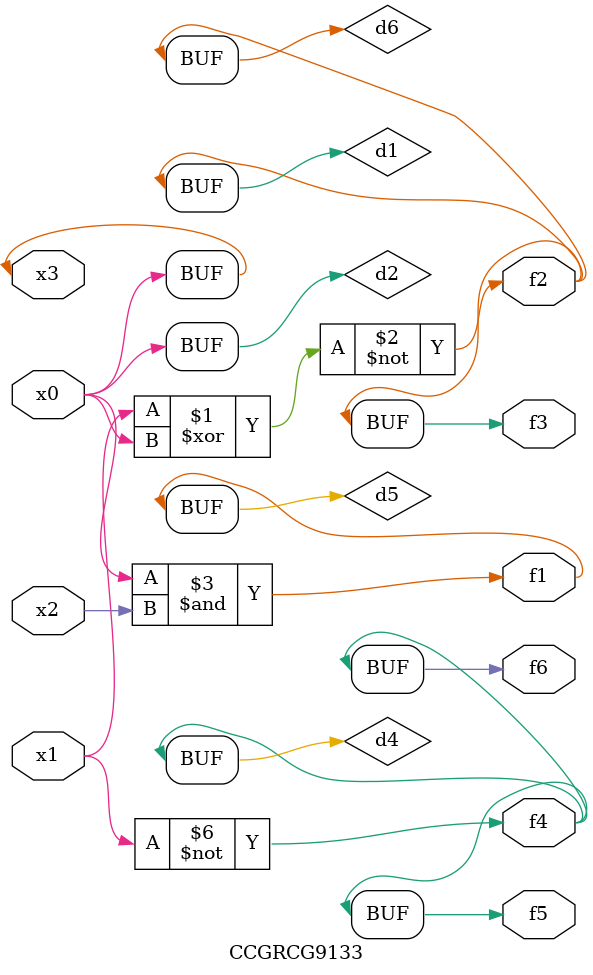
<source format=v>
module CCGRCG9133(
	input x0, x1, x2, x3,
	output f1, f2, f3, f4, f5, f6
);

	wire d1, d2, d3, d4, d5, d6;

	xnor (d1, x1, x3);
	buf (d2, x0, x3);
	nand (d3, x0, x2);
	not (d4, x1);
	nand (d5, d3);
	or (d6, d1);
	assign f1 = d5;
	assign f2 = d6;
	assign f3 = d6;
	assign f4 = d4;
	assign f5 = d4;
	assign f6 = d4;
endmodule

</source>
